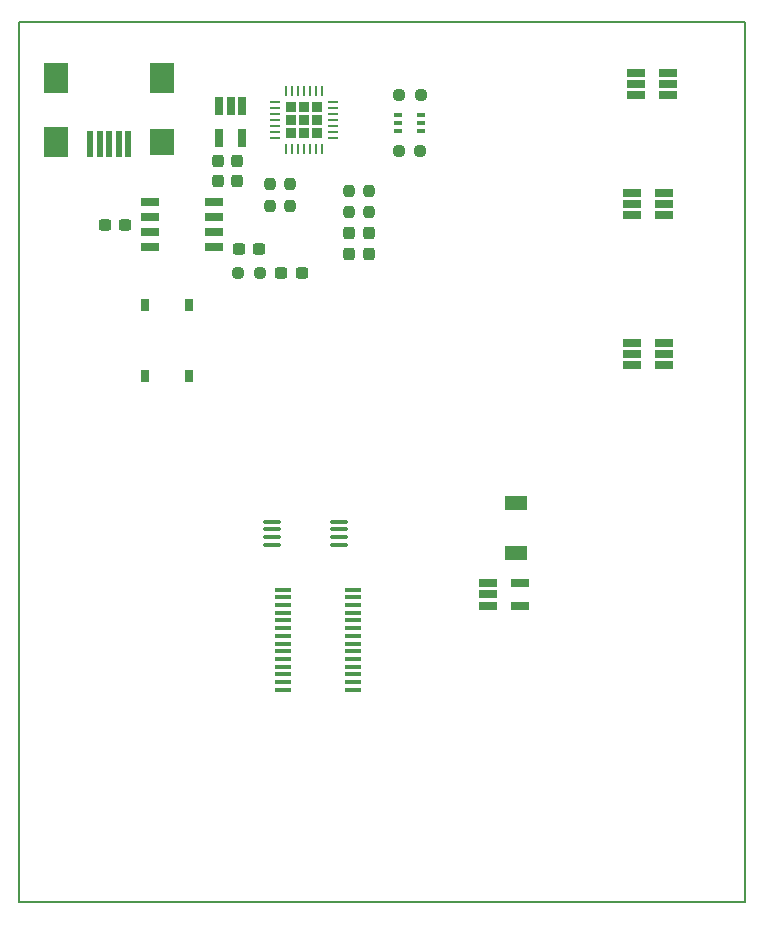
<source format=gbr>
%TF.GenerationSoftware,KiCad,Pcbnew,(6.0.2)*%
%TF.CreationDate,2022-04-21T21:48:27+03:00*%
%TF.ProjectId,temp_pt_combinare,74656d70-5f70-4745-9f63-6f6d62696e61,rev?*%
%TF.SameCoordinates,Original*%
%TF.FileFunction,Paste,Top*%
%TF.FilePolarity,Positive*%
%FSLAX46Y46*%
G04 Gerber Fmt 4.6, Leading zero omitted, Abs format (unit mm)*
G04 Created by KiCad (PCBNEW (6.0.2)) date 2022-04-21 21:48:27*
%MOMM*%
%LPD*%
G01*
G04 APERTURE LIST*
G04 Aperture macros list*
%AMRoundRect*
0 Rectangle with rounded corners*
0 $1 Rounding radius*
0 $2 $3 $4 $5 $6 $7 $8 $9 X,Y pos of 4 corners*
0 Add a 4 corners polygon primitive as box body*
4,1,4,$2,$3,$4,$5,$6,$7,$8,$9,$2,$3,0*
0 Add four circle primitives for the rounded corners*
1,1,$1+$1,$2,$3*
1,1,$1+$1,$4,$5*
1,1,$1+$1,$6,$7*
1,1,$1+$1,$8,$9*
0 Add four rect primitives between the rounded corners*
20,1,$1+$1,$2,$3,$4,$5,0*
20,1,$1+$1,$4,$5,$6,$7,0*
20,1,$1+$1,$6,$7,$8,$9,0*
20,1,$1+$1,$8,$9,$2,$3,0*%
G04 Aperture macros list end*
%TA.AperFunction,Profile*%
%ADD10C,0.150000*%
%TD*%
%ADD11R,1.560000X0.650000*%
%ADD12RoundRect,0.100000X0.637500X0.100000X-0.637500X0.100000X-0.637500X-0.100000X0.637500X-0.100000X0*%
%ADD13R,1.475000X0.450000*%
%ADD14R,1.850000X1.200000*%
%ADD15R,0.700000X1.000000*%
%ADD16R,0.650000X1.560000*%
%ADD17RoundRect,0.237500X-0.237500X0.250000X-0.237500X-0.250000X0.237500X-0.250000X0.237500X0.250000X0*%
%ADD18RoundRect,0.225000X-0.225000X-0.225000X0.225000X-0.225000X0.225000X0.225000X-0.225000X0.225000X0*%
%ADD19RoundRect,0.062500X-0.337500X-0.062500X0.337500X-0.062500X0.337500X0.062500X-0.337500X0.062500X0*%
%ADD20RoundRect,0.062500X-0.062500X-0.337500X0.062500X-0.337500X0.062500X0.337500X-0.062500X0.337500X0*%
%ADD21RoundRect,0.237500X-0.237500X0.300000X-0.237500X-0.300000X0.237500X-0.300000X0.237500X0.300000X0*%
%ADD22RoundRect,0.237500X-0.300000X-0.237500X0.300000X-0.237500X0.300000X0.237500X-0.300000X0.237500X0*%
%ADD23RoundRect,0.237500X0.237500X-0.250000X0.237500X0.250000X-0.237500X0.250000X-0.237500X-0.250000X0*%
%ADD24RoundRect,0.237500X0.300000X0.237500X-0.300000X0.237500X-0.300000X-0.237500X0.300000X-0.237500X0*%
%ADD25R,0.500000X2.250000*%
%ADD26R,2.000000X2.300000*%
%ADD27R,2.000000X2.500000*%
%ADD28R,1.500000X0.650000*%
%ADD29R,0.650000X0.400000*%
%ADD30RoundRect,0.237500X-0.237500X0.287500X-0.237500X-0.287500X0.237500X-0.287500X0.237500X0.287500X0*%
%ADD31RoundRect,0.237500X-0.250000X-0.237500X0.250000X-0.237500X0.250000X0.237500X-0.250000X0.237500X0*%
%ADD32RoundRect,0.237500X0.250000X0.237500X-0.250000X0.237500X-0.250000X-0.237500X0.250000X-0.237500X0*%
G04 APERTURE END LIST*
D10*
X58500000Y-170840400D02*
X120000000Y-170840400D01*
X120000000Y-170840400D02*
X120000000Y-96367600D01*
X120000000Y-96367600D02*
X58500000Y-96367600D01*
X58500000Y-96367600D02*
X58500000Y-170840400D01*
D11*
%TO.C,REF\u002A\u002A*%
X110410000Y-110810000D03*
X110410000Y-111760000D03*
X110410000Y-112710000D03*
X113110000Y-112710000D03*
X113110000Y-111760000D03*
X113110000Y-110810000D03*
%TD*%
%TO.C,REF\u002A\u002A*%
X110410000Y-123510000D03*
X110410000Y-124460000D03*
X110410000Y-125410000D03*
X113110000Y-125410000D03*
X113110000Y-124460000D03*
X113110000Y-123510000D03*
%TD*%
%TO.C,REF\u002A\u002A*%
X110714800Y-100650000D03*
X110714800Y-101600000D03*
X110714800Y-102550000D03*
X113414800Y-102550000D03*
X113414800Y-101600000D03*
X113414800Y-100650000D03*
%TD*%
%TO.C,U2*%
X98218600Y-143838000D03*
X98218600Y-144788000D03*
X98218600Y-145738000D03*
X100918600Y-145738000D03*
X100918600Y-143838000D03*
%TD*%
D12*
%TO.C,U1*%
X85616300Y-140581400D03*
X85616300Y-139931400D03*
X85616300Y-139281400D03*
X85616300Y-138631400D03*
X79891300Y-138631400D03*
X79891300Y-139281400D03*
X79891300Y-139931400D03*
X79891300Y-140581400D03*
%TD*%
D13*
%TO.C,IC1*%
X80882600Y-144398400D03*
X80882600Y-145048400D03*
X80882600Y-145698400D03*
X80882600Y-146348400D03*
X80882600Y-146998400D03*
X80882600Y-147648400D03*
X80882600Y-148298400D03*
X80882600Y-148948400D03*
X80882600Y-149598400D03*
X80882600Y-150248400D03*
X80882600Y-150898400D03*
X80882600Y-151548400D03*
X80882600Y-152198400D03*
X80882600Y-152848400D03*
X86758600Y-152848400D03*
X86758600Y-152198400D03*
X86758600Y-151548400D03*
X86758600Y-150898400D03*
X86758600Y-150248400D03*
X86758600Y-149598400D03*
X86758600Y-148948400D03*
X86758600Y-148298400D03*
X86758600Y-147648400D03*
X86758600Y-146998400D03*
X86758600Y-146348400D03*
X86758600Y-145698400D03*
X86758600Y-145048400D03*
X86758600Y-144398400D03*
%TD*%
D14*
%TO.C,FB1*%
X100584600Y-141324600D03*
X100584600Y-137024600D03*
%TD*%
D15*
%TO.C,SW1*%
X69193800Y-126266200D03*
X69193800Y-120266200D03*
X72893800Y-126266200D03*
X72893800Y-120266200D03*
%TD*%
D16*
%TO.C,U2*%
X77353200Y-103475800D03*
X76403200Y-103475800D03*
X75453200Y-103475800D03*
X75453200Y-106175800D03*
X77353200Y-106175800D03*
%TD*%
D17*
%TO.C,R2*%
X81446200Y-110044700D03*
X81446200Y-111869700D03*
%TD*%
D18*
%TO.C,U1*%
X82612400Y-105742600D03*
X83732400Y-104622600D03*
X83732400Y-105742600D03*
X81492400Y-105742600D03*
X83732400Y-103502600D03*
X82612400Y-103502600D03*
X81492400Y-103502600D03*
X82612400Y-104622600D03*
X81492400Y-104622600D03*
D19*
X80162400Y-103122600D03*
X80162400Y-103622600D03*
X80162400Y-104122600D03*
X80162400Y-104622600D03*
X80162400Y-105122600D03*
X80162400Y-105622600D03*
X80162400Y-106122600D03*
D20*
X81112400Y-107072600D03*
X81612400Y-107072600D03*
X82112400Y-107072600D03*
X82612400Y-107072600D03*
X83112400Y-107072600D03*
X83612400Y-107072600D03*
X84112400Y-107072600D03*
D19*
X85062400Y-106122600D03*
X85062400Y-105622600D03*
X85062400Y-105122600D03*
X85062400Y-104622600D03*
X85062400Y-104122600D03*
X85062400Y-103622600D03*
X85062400Y-103122600D03*
D20*
X84112400Y-102172600D03*
X83612400Y-102172600D03*
X83112400Y-102172600D03*
X82612400Y-102172600D03*
X82112400Y-102172600D03*
X81612400Y-102172600D03*
X81112400Y-102172600D03*
%TD*%
D21*
%TO.C,C3*%
X76987400Y-108103500D03*
X76987400Y-109828500D03*
%TD*%
D22*
%TO.C,C5*%
X77091200Y-115519200D03*
X78816200Y-115519200D03*
%TD*%
D23*
%TO.C,R4*%
X88087200Y-112443900D03*
X88087200Y-110618900D03*
%TD*%
D21*
%TO.C,C2*%
X75361800Y-108103500D03*
X75361800Y-109828500D03*
%TD*%
D24*
%TO.C,C4*%
X67461300Y-113538000D03*
X65736300Y-113538000D03*
%TD*%
D22*
%TO.C,C1*%
X80696900Y-117551200D03*
X82421900Y-117551200D03*
%TD*%
D23*
%TO.C,R1*%
X79744400Y-111867800D03*
X79744400Y-110042800D03*
%TD*%
D25*
%TO.C,J1*%
X67716200Y-106642600D03*
X66916200Y-106642600D03*
X66116200Y-106642600D03*
X65316200Y-106642600D03*
X64516200Y-106642600D03*
D26*
X70566200Y-106517600D03*
D27*
X61666200Y-106517600D03*
X70566200Y-101067600D03*
X61666200Y-101067600D03*
%TD*%
D17*
%TO.C,R5*%
X86436200Y-110610600D03*
X86436200Y-112435600D03*
%TD*%
D28*
%TO.C,IC1*%
X74963000Y-115417600D03*
X74963000Y-114147600D03*
X74963000Y-112877600D03*
X74963000Y-111607600D03*
X69563000Y-111607600D03*
X69563000Y-112877600D03*
X69563000Y-114147600D03*
X69563000Y-115417600D03*
%TD*%
D29*
%TO.C,Q1*%
X92501800Y-105526600D03*
X92501800Y-104876600D03*
X92501800Y-104226600D03*
X90601800Y-104226600D03*
X90601800Y-104876600D03*
X90601800Y-105526600D03*
%TD*%
D30*
%TO.C,D1*%
X88087200Y-114202900D03*
X88087200Y-115952900D03*
%TD*%
D31*
%TO.C,R8*%
X90639300Y-107289600D03*
X92464300Y-107289600D03*
%TD*%
D32*
%TO.C,R7*%
X92504900Y-102489000D03*
X90679900Y-102489000D03*
%TD*%
D30*
%TO.C,D2*%
X86436200Y-114190800D03*
X86436200Y-115940800D03*
%TD*%
D32*
%TO.C,R3*%
X78890500Y-117551200D03*
X77065500Y-117551200D03*
%TD*%
M02*

</source>
